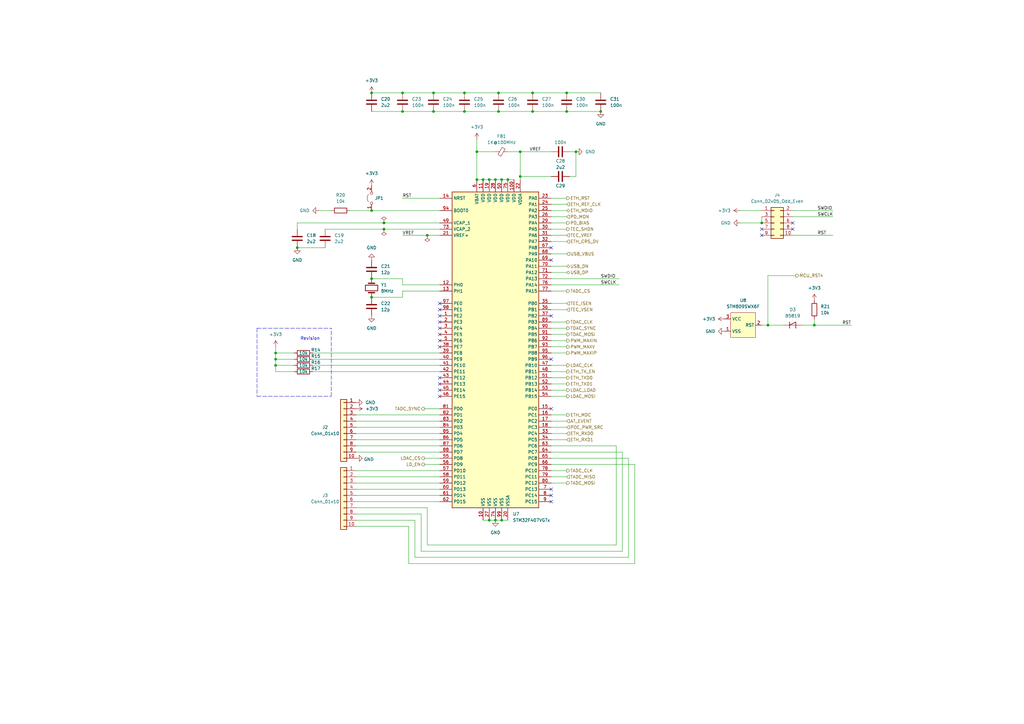
<source format=kicad_sch>
(kicad_sch (version 20211123) (generator eeschema)
  (paper "A3")
  (title_block (title "Kirdy") (date "2022-07-03") (rev "r0.1") (company "M-Labs") (comment 1 "Alex Wong Tat Hang"))
  (lib_symbols
    (symbol "Connector_Generic:Conn_01x10" (pin_names (offset 1.016) hide)
      (property "Reference" "J" (at 0 12.7 0))
      (property "Value" "Conn_01x10" (at 0 -15.24 0))
      (symbol "Conn_01x10_1_1"
        (rectangle (start -1.27 -12.573) (end 0 -12.827) (stroke (width 0.1524)))
        (rectangle (start -1.27 -10.033) (end 0 -10.287) (stroke (width 0.1524)))
        (rectangle (start -1.27 -7.493) (end 0 -7.747) (stroke (width 0.1524)))
        (rectangle (start -1.27 -4.953) (end 0 -5.207) (stroke (width 0.1524)))
        (rectangle (start -1.27 -2.413) (end 0 -2.667) (stroke (width 0.1524)))
        (rectangle (start -1.27 0.127) (end 0 -0.127) (stroke (width 0.1524)))
        (rectangle (start -1.27 2.667) (end 0 2.413) (stroke (width 0.1524)))
        (rectangle (start -1.27 5.207) (end 0 4.953) (stroke (width 0.1524)))
        (rectangle (start -1.27 7.747) (end 0 7.493) (stroke (width 0.1524)))
        (rectangle (start -1.27 10.287) (end 0 10.033) (stroke (width 0.1524)))
        (rectangle (start -1.27 11.43) (end 1.27 -13.97) (stroke (width 0.254)) (fill (type background)))
        (pin passive line (at -5.08 10.16 0) (length 3.81) (name "Pin_1") (number "1"))
        (pin passive line (at -5.08 -12.7 0) (length 3.81) (name "Pin_10") (number "10"))
        (pin passive line (at -5.08 7.62 0) (length 3.81) (name "Pin_2") (number "2"))
        (pin passive line (at -5.08 5.08 0) (length 3.81) (name "Pin_3") (number "3"))
        (pin passive line (at -5.08 2.54 0) (length 3.81) (name "Pin_4") (number "4"))
        (pin passive line (at -5.08 0 0) (length 3.81) (name "Pin_5") (number "5"))
        (pin passive line (at -5.08 -2.54 0) (length 3.81) (name "Pin_6") (number "6"))
        (pin passive line (at -5.08 -5.08 0) (length 3.81) (name "Pin_7") (number "7"))
        (pin passive line (at -5.08 -7.62 0) (length 3.81) (name "Pin_8") (number "8"))
        (pin passive line (at -5.08 -10.16 0) (length 3.81) (name "Pin_9") (number "9"))
      )
    )
    (symbol "Connector_Generic:Conn_02x05_Odd_Even" (pin_names (offset 1.016) hide)
      (property "Reference" "J" (at 1.27 7.62 0))
      (property "Value" "Conn_02x05_Odd_Even" (at 1.27 -7.62 0))
      (symbol "Conn_02x05_Odd_Even_1_1"
        (rectangle (start -1.27 -4.953) (end 0 -5.207) (stroke (width 0.1524)))
        (rectangle (start -1.27 -2.413) (end 0 -2.667) (stroke (width 0.1524)))
        (rectangle (start -1.27 0.127) (end 0 -0.127) (stroke (width 0.1524)))
        (rectangle (start -1.27 2.667) (end 0 2.413) (stroke (width 0.1524)))
        (rectangle (start -1.27 5.207) (end 0 4.953) (stroke (width 0.1524)))
        (rectangle (start -1.27 6.35) (end 3.81 -6.35) (stroke (width 0.254)) (fill (type background)))
        (rectangle (start 3.81 -4.953) (end 2.54 -5.207) (stroke (width 0.1524)))
        (rectangle (start 3.81 -2.413) (end 2.54 -2.667) (stroke (width 0.1524)))
        (rectangle (start 3.81 0.127) (end 2.54 -0.127) (stroke (width 0.1524)))
        (rectangle (start 3.81 2.667) (end 2.54 2.413) (stroke (width 0.1524)))
        (rectangle (start 3.81 5.207) (end 2.54 4.953) (stroke (width 0.1524)))
        (pin passive line (at -5.08 5.08 0) (length 3.81) (name "Pin_1") (number "1"))
        (pin passive line (at 7.62 -5.08 180) (length 3.81) (name "Pin_10") (number "10"))
        (pin passive line (at 7.62 5.08 180) (length 3.81) (name "Pin_2") (number "2"))
        (pin passive line (at -5.08 2.54 0) (length 3.81) (name "Pin_3") (number "3"))
        (pin passive line (at 7.62 2.54 180) (length 3.81) (name "Pin_4") (number "4"))
        (pin passive line (at -5.08 0 0) (length 3.81) (name "Pin_5") (number "5"))
        (pin passive line (at 7.62 0 180) (length 3.81) (name "Pin_6") (number "6"))
        (pin passive line (at -5.08 -2.54 0) (length 3.81) (name "Pin_7") (number "7"))
        (pin passive line (at 7.62 -2.54 180) (length 3.81) (name "Pin_8") (number "8"))
        (pin passive line (at -5.08 -5.08 0) (length 3.81) (name "Pin_9") (number "9"))
      )
    )
    (symbol "Device:C" (pin_numbers hide) (pin_names (offset 0.254))
      (property "Reference" "C" (at 0.635 2.54 0))
      (property "Value" "C" (at 0.635 -2.54 0))
      (symbol "C_0_1"
        (polyline (pts (xy -2.032 -0.762) (xy 2.032 -0.762)) (stroke (width 0.508)))
        (polyline (pts (xy -2.032 0.762) (xy 2.032 0.762)) (stroke (width 0.508)))
      )
      (symbol "C_1_1"
        (pin passive line (at 0 3.81 270) (length 2.794) (name "~") (number "1"))
        (pin passive line (at 0 -3.81 90) (length 2.794) (name "~") (number "2"))
      )
    )
    (symbol "Device:Crystal" (pin_numbers hide) (pin_names (offset 1.016) hide)
      (property "Reference" "Y" (at 0 3.81 0))
      (property "Value" "Crystal" (at 0 -3.81 0))
      (symbol "Crystal_0_1"
        (rectangle (start -1.143 2.54) (end 1.143 -2.54) (stroke (width 0.3048)))
        (polyline (pts (xy -2.54 0) (xy -1.905 0)))
        (polyline (pts (xy -1.905 -1.27) (xy -1.905 1.27)) (stroke (width 0.508)))
        (polyline (pts (xy 1.905 -1.27) (xy 1.905 1.27)) (stroke (width 0.508)))
        (polyline (pts (xy 2.54 0) (xy 1.905 0)))
      )
      (symbol "Crystal_1_1"
        (pin passive line (at -3.81 0 0) (length 1.27) (name "1") (number "1"))
        (pin passive line (at 3.81 0 180) (length 1.27) (name "2") (number "2"))
      )
    )
    (symbol "Device:D_Shockley" (pin_numbers hide) (pin_names (offset 1.016) hide)
      (property "Reference" "D" (at 0 2.54 0))
      (property "Value" "D_Shockley" (at 0 -2.54 0))
      (symbol "D_Shockley_0_1"
        (polyline (pts (xy -1.27 0) (xy 1.27 0)))
        (polyline (pts (xy -1.27 1.27) (xy -1.27 -1.27)) (stroke (width 0.254)))
        (polyline (pts (xy -1.27 0) (xy 1.27 1.27) (xy 1.27 -1.27)) (stroke (width 0.254)))
      )
      (symbol "D_Shockley_1_1"
        (pin passive line (at -3.81 0 0) (length 2.54) (name "K") (number "1"))
        (pin passive line (at 3.81 0 180) (length 2.54) (name "A") (number "2"))
      )
    )
    (symbol "Device:FerriteBead_Small" (pin_numbers hide) (pin_names (offset 0))
      (property "Reference" "FB" (at 1.905 1.27 0))
      (property "Value" "FerriteBead_Small" (at 1.905 -1.27 0))
      (symbol "FerriteBead_Small_0_1"
        (polyline (pts (xy 0 -1.27) (xy 0 -0.7874)))
        (polyline (pts (xy 0 0.889) (xy 0 1.2954)))
        (polyline (pts (xy -1.8288 0.2794) (xy -1.1176 1.4986) (xy 1.8288 -0.2032) (xy 1.1176 -1.4224) (xy -1.8288 0.2794)))
      )
      (symbol "FerriteBead_Small_1_1"
        (pin passive line (at 0 2.54 270) (length 1.27) (name "~") (number "1"))
        (pin passive line (at 0 -2.54 90) (length 1.27) (name "~") (number "2"))
      )
    )
    (symbol "Device:R" (pin_numbers hide) (pin_names (offset 0))
      (property "Reference" "R" (at 2.032 0 90))
      (property "Value" "R" (at 0 0 90))
      (symbol "R_0_1"
        (rectangle (start -1.016 -2.54) (end 1.016 2.54) (stroke (width 0.254)))
      )
      (symbol "R_1_1"
        (pin passive line (at 0 3.81 270) (length 1.27) (name "~") (number "1"))
        (pin passive line (at 0 -3.81 90) (length 1.27) (name "~") (number "2"))
      )
    )
    (symbol "Jumper:Jumper_2_Open" (pin_names (offset 0) hide)
      (property "Reference" "JP" (at 0 2.794 0))
      (property "Value" "Jumper_2_Open" (at 0 -2.286 0))
      (symbol "Jumper_2_Open_0_0"
        (circle (center -2.032 0) (radius 0.508))
        (circle (center 2.032 0) (radius 0.508))
      )
      (symbol "Jumper_2_Open_0_1"
        (arc (start 1.524 1.27) (mid 0 1.778) (end -1.524 1.27))
      )
      (symbol "Jumper_2_Open_1_1"
        (pin passive line (at -5.08 0 0) (length 2.54) (name "A") (number "1"))
        (pin passive line (at 5.08 0 180) (length 2.54) (name "B") (number "2"))
      )
    )
    (symbol "MCU_ST_STM32F4:STM32F407VGTx"
      (property "Reference" "U" (at -17.78 64.77 0))
      (property "Value" "STM32F407VGTx" (at 12.7 64.77 0))
      (symbol "STM32F407VGTx_0_1"
        (rectangle (start -17.78 -66.04) (end 17.78 63.5) (stroke (width 0.254)) (fill (type background)))
      )
      (symbol "STM32F407VGTx_1_1"
        (pin bidirectional line (at -22.86 12.7 0) (length 5.08) (name "PE2") (number "1"))
        (pin power_in line (at -5.08 -71.12 90) (length 5.08) (name "VSS") (number "10"))
        (pin power_in line (at 7.62 68.58 270) (length 5.08) (name "VDD") (number "100"))
        (pin power_in line (at -5.08 68.58 270) (length 5.08) (name "VDD") (number "11"))
        (pin input line (at -22.86 25.4 0) (length 5.08) (name "PH0") (number "12"))
        (pin input line (at -22.86 22.86 0) (length 5.08) (name "PH1") (number "13"))
        (pin input line (at -22.86 60.96 0) (length 5.08) (name "NRST") (number "14"))
        (pin bidirectional line (at 22.86 -25.4 180) (length 5.08) (name "PC0") (number "15"))
        (pin bidirectional line (at 22.86 -27.94 180) (length 5.08) (name "PC1") (number "16"))
        (pin bidirectional line (at 22.86 -30.48 180) (length 5.08) (name "PC2") (number "17"))
        (pin bidirectional line (at 22.86 -33.02 180) (length 5.08) (name "PC3") (number "18"))
        (pin power_in line (at -2.54 68.58 270) (length 5.08) (name "VDD") (number "19"))
        (pin bidirectional line (at -22.86 10.16 0) (length 5.08) (name "PE3") (number "2"))
        (pin power_in line (at 5.08 -71.12 90) (length 5.08) (name "VSSA") (number "20"))
        (pin power_in line (at -22.86 45.72 0) (length 5.08) (name "VREF+") (number "21"))
        (pin power_in line (at 10.16 68.58 270) (length 5.08) (name "VDDA") (number "22"))
        (pin bidirectional line (at 22.86 60.96 180) (length 5.08) (name "PA0") (number "23"))
        (pin bidirectional line (at 22.86 58.42 180) (length 5.08) (name "PA1") (number "24"))
        (pin bidirectional line (at 22.86 55.88 180) (length 5.08) (name "PA2") (number "25"))
        (pin bidirectional line (at 22.86 53.34 180) (length 5.08) (name "PA3") (number "26"))
        (pin power_in line (at -2.54 -71.12 90) (length 5.08) (name "VSS") (number "27"))
        (pin power_in line (at 0 68.58 270) (length 5.08) (name "VDD") (number "28"))
        (pin bidirectional line (at 22.86 50.8 180) (length 5.08) (name "PA4") (number "29"))
        (pin bidirectional line (at -22.86 7.62 0) (length 5.08) (name "PE4") (number "3"))
        (pin bidirectional line (at 22.86 48.26 180) (length 5.08) (name "PA5") (number "30"))
        (pin bidirectional line (at 22.86 45.72 180) (length 5.08) (name "PA6") (number "31"))
        (pin bidirectional line (at 22.86 43.18 180) (length 5.08) (name "PA7") (number "32"))
        (pin bidirectional line (at 22.86 -35.56 180) (length 5.08) (name "PC4") (number "33"))
        (pin bidirectional line (at 22.86 -38.1 180) (length 5.08) (name "PC5") (number "34"))
        (pin bidirectional line (at 22.86 17.78 180) (length 5.08) (name "PB0") (number "35"))
        (pin bidirectional line (at 22.86 15.24 180) (length 5.08) (name "PB1") (number "36"))
        (pin bidirectional line (at 22.86 12.7 180) (length 5.08) (name "PB2") (number "37"))
        (pin bidirectional line (at -22.86 0 0) (length 5.08) (name "PE7") (number "38"))
        (pin bidirectional line (at -22.86 -2.54 0) (length 5.08) (name "PE8") (number "39"))
        (pin bidirectional line (at -22.86 5.08 0) (length 5.08) (name "PE5") (number "4"))
        (pin bidirectional line (at -22.86 -5.08 0) (length 5.08) (name "PE9") (number "40"))
        (pin bidirectional line (at -22.86 -7.62 0) (length 5.08) (name "PE10") (number "41"))
        (pin bidirectional line (at -22.86 -10.16 0) (length 5.08) (name "PE11") (number "42"))
        (pin bidirectional line (at -22.86 -12.7 0) (length 5.08) (name "PE12") (number "43"))
        (pin bidirectional line (at -22.86 -15.24 0) (length 5.08) (name "PE13") (number "44"))
        (pin bidirectional line (at -22.86 -17.78 0) (length 5.08) (name "PE14") (number "45"))
        (pin bidirectional line (at -22.86 -20.32 0) (length 5.08) (name "PE15") (number "46"))
        (pin bidirectional line (at 22.86 -7.62 180) (length 5.08) (name "PB10") (number "47"))
        (pin bidirectional line (at 22.86 -10.16 180) (length 5.08) (name "PB11") (number "48"))
        (pin power_in line (at -22.86 50.8 0) (length 5.08) (name "VCAP_1") (number "49"))
        (pin bidirectional line (at -22.86 2.54 0) (length 5.08) (name "PE6") (number "5"))
        (pin power_in line (at 2.54 68.58 270) (length 5.08) (name "VDD") (number "50"))
        (pin bidirectional line (at 22.86 -12.7 180) (length 5.08) (name "PB12") (number "51"))
        (pin bidirectional line (at 22.86 -15.24 180) (length 5.08) (name "PB13") (number "52"))
        (pin bidirectional line (at 22.86 -17.78 180) (length 5.08) (name "PB14") (number "53"))
        (pin bidirectional line (at 22.86 -20.32 180) (length 5.08) (name "PB15") (number "54"))
        (pin bidirectional line (at -22.86 -45.72 0) (length 5.08) (name "PD8") (number "55"))
        (pin bidirectional line (at -22.86 -48.26 0) (length 5.08) (name "PD9") (number "56"))
        (pin bidirectional line (at -22.86 -50.8 0) (length 5.08) (name "PD10") (number "57"))
        (pin bidirectional line (at -22.86 -53.34 0) (length 5.08) (name "PD11") (number "58"))
        (pin bidirectional line (at -22.86 -55.88 0) (length 5.08) (name "PD12") (number "59"))
        (pin power_in line (at -7.62 68.58 270) (length 5.08) (name "VBAT") (number "6"))
        (pin bidirectional line (at -22.86 -58.42 0) (length 5.08) (name "PD13") (number "60"))
        (pin bidirectional line (at -22.86 -60.96 0) (length 5.08) (name "PD14") (number "61"))
        (pin bidirectional line (at -22.86 -63.5 0) (length 5.08) (name "PD15") (number "62"))
        (pin bidirectional line (at 22.86 -40.64 180) (length 5.08) (name "PC6") (number "63"))
        (pin bidirectional line (at 22.86 -43.18 180) (length 5.08) (name "PC7") (number "64"))
        (pin bidirectional line (at 22.86 -45.72 180) (length 5.08) (name "PC8") (number "65"))
        (pin bidirectional line (at 22.86 -48.26 180) (length 5.08) (name "PC9") (number "66"))
        (pin bidirectional line (at 22.86 40.64 180) (length 5.08) (name "PA8") (number "67"))
        (pin bidirectional line (at 22.86 38.1 180) (length 5.08) (name "PA9") (number "68"))
        (pin bidirectional line (at 22.86 35.56 180) (length 5.08) (name "PA10") (number "69"))
        (pin bidirectional line (at 22.86 -58.42 180) (length 5.08) (name "PC13") (number "7"))
        (pin bidirectional line (at 22.86 33.02 180) (length 5.08) (name "PA11") (number "70"))
        (pin bidirectional line (at 22.86 30.48 180) (length 5.08) (name "PA12") (number "71"))
        (pin bidirectional line (at 22.86 27.94 180) (length 5.08) (name "PA13") (number "72"))
        (pin power_in line (at -22.86 48.26 0) (length 5.08) (name "VCAP_2") (number "73"))
        (pin power_in line (at 0 -71.12 90) (length 5.08) (name "VSS") (number "74"))
        (pin power_in line (at 5.08 68.58 270) (length 5.08) (name "VDD") (number "75"))
        (pin bidirectional line (at 22.86 25.4 180) (length 5.08) (name "PA14") (number "76"))
        (pin bidirectional line (at 22.86 22.86 180) (length 5.08) (name "PA15") (number "77"))
        (pin bidirectional line (at 22.86 -50.8 180) (length 5.08) (name "PC10") (number "78"))
        (pin bidirectional line (at 22.86 -53.34 180) (length 5.08) (name "PC11") (number "79"))
        (pin bidirectional line (at 22.86 -60.96 180) (length 5.08) (name "PC14") (number "8"))
        (pin bidirectional line (at 22.86 -55.88 180) (length 5.08) (name "PC12") (number "80"))
        (pin bidirectional line (at -22.86 -25.4 0) (length 5.08) (name "PD0") (number "81"))
        (pin bidirectional line (at -22.86 -27.94 0) (length 5.08) (name "PD1") (number "82"))
        (pin bidirectional line (at -22.86 -30.48 0) (length 5.08) (name "PD2") (number "83"))
        (pin bidirectional line (at -22.86 -33.02 0) (length 5.08) (name "PD3") (number "84"))
        (pin bidirectional line (at -22.86 -35.56 0) (length 5.08) (name "PD4") (number "85"))
        (pin bidirectional line (at -22.86 -38.1 0) (length 5.08) (name "PD5") (number "86"))
        (pin bidirectional line (at -22.86 -40.64 0) (length 5.08) (name "PD6") (number "87"))
        (pin bidirectional line (at -22.86 -43.18 0) (length 5.08) (name "PD7") (number "88"))
        (pin bidirectional line (at 22.86 10.16 180) (length 5.08) (name "PB3") (number "89"))
        (pin bidirectional line (at 22.86 -63.5 180) (length 5.08) (name "PC15") (number "9"))
        (pin bidirectional line (at 22.86 7.62 180) (length 5.08) (name "PB4") (number "90"))
        (pin bidirectional line (at 22.86 5.08 180) (length 5.08) (name "PB5") (number "91"))
        (pin bidirectional line (at 22.86 2.54 180) (length 5.08) (name "PB6") (number "92"))
        (pin bidirectional line (at 22.86 0 180) (length 5.08) (name "PB7") (number "93"))
        (pin input line (at -22.86 55.88 0) (length 5.08) (name "BOOT0") (number "94"))
        (pin bidirectional line (at 22.86 -2.54 180) (length 5.08) (name "PB8") (number "95"))
        (pin bidirectional line (at 22.86 -5.08 180) (length 5.08) (name "PB9") (number "96"))
        (pin bidirectional line (at -22.86 17.78 0) (length 5.08) (name "PE0") (number "97"))
        (pin bidirectional line (at -22.86 15.24 0) (length 5.08) (name "PE1") (number "98"))
        (pin power_in line (at 2.54 -71.12 90) (length 5.08) (name "VSS") (number "99"))
      )
    )
    (symbol "kirdy:STM809SWX6F"
      (property "Reference" "U" (at 0 -10.16 0))
      (property "Value" "STM809SWX6F" (at 0 -7.62 0))
      (symbol "STM809SWX6F_0_0"
        (pin power_in line (at -7.62 -2.54 0) (length 2.54) (name "VSS") (number "1"))
        (pin output line (at 7.62 0 180) (length 2.54) (name "RST") (number "2"))
        (pin power_in line (at -7.62 2.54 0) (length 2.54) (name "VCC") (number "3"))
      )
      (symbol "STM809SWX6F_0_1"
        (rectangle (start -5.08 5.08) (end 5.08 -5.08) (fill (type background)))
      )
    )
    (symbol "power:+3V3" (power) (pin_names (offset 0))
      (property "Value" "+3V3" (at 0 3.556 0))
      (symbol "+3V3_0_1"
        (polyline (pts (xy -0.762 1.27) (xy 0 2.54)))
        (polyline (pts (xy 0 0) (xy 0 2.54)))
        (polyline (pts (xy 0 2.54) (xy 0.762 1.27)))
      )
      (symbol "+3V3_1_1"
        (pin power_in line (at 0 0 90) (length 0) hide (name "+3V3") (number "1"))
      )
    )
    (symbol "power:GND" (power) (pin_names (offset 0))
      (property "Value" "GND" (at 0 -3.81 0))
      (symbol "GND_0_1"
        (polyline (pts (xy 0 0) (xy 0 -1.27) (xy 1.27 -1.27) (xy 0 -2.54) (xy -1.27 -1.27) (xy 0 -1.27)))
      )
      (symbol "GND_1_1"
        (pin power_in line (at 0 0 270) (length 0) hide (name "GND") (number "1"))
      )
    )
    (symbol "power:PWR_FLAG" (power) (pin_numbers hide) (pin_names (offset 0) hide)
      (property "Value" "PWR_FLAG" (at 0 3.81 0))
      (symbol "PWR_FLAG_0_0"
        (pin power_out line (at 0 0 90) (length 0) (name "pwr") (number "1"))
      )
      (symbol "PWR_FLAG_0_1"
        (polyline (pts (xy 0 0) (xy 0 1.27) (xy -1.016 1.905) (xy 0 2.54) (xy 1.016 1.905) (xy 0 1.27)))
      )
    )
  )
  (junction (at 165.1 38.1))
  (junction (at 152.4 114.3))
  (junction (at 198.12 73.66))
  (junction (at 157.48 93.98))
  (junction (at 205.74 213.36))
  (junction (at 177.8 38.1))
  (junction (at 213.36 72.39))
  (junction (at 236.22 62.23))
  (junction (at 152.4 38.1))
  (junction (at 195.58 73.66))
  (junction (at 121.92 101.6))
  (junction (at 200.66 73.66))
  (junction (at 203.2 213.36))
  (junction (at 175.26 96.52))
  (junction (at 204.47 38.1))
  (junction (at 152.4 86.36))
  (junction (at 177.8 45.72))
  (junction (at 232.41 45.72))
  (junction (at 314.96 133.35))
  (junction (at 200.66 213.36))
  (junction (at 157.48 91.44))
  (junction (at 208.28 73.66))
  (junction (at 113.03 144.78))
  (junction (at 190.5 45.72))
  (junction (at 165.1 45.72))
  (junction (at 203.2 73.66))
  (junction (at 232.41 38.1))
  (junction (at 334.01 133.35))
  (junction (at 213.36 62.23))
  (junction (at 190.5 38.1))
  (junction (at 204.47 45.72))
  (junction (at 113.03 147.32))
  (junction (at 218.44 38.1))
  (junction (at 246.38 45.72))
  (junction (at 205.74 73.66))
  (junction (at 152.4 121.92))
  (junction (at 195.58 62.23))
  (junction (at 312.42 91.44))
  (junction (at 218.44 45.72))
  (junction (at 113.03 149.86))
  (no_connect (at 312.42 96.52))
  (no_connect (at 325.12 93.98))
  (no_connect (at 325.12 91.44))
  (no_connect (at 180.34 157.48))
  (no_connect (at 180.34 154.94))
  (no_connect (at 312.42 93.98))
  (no_connect (at 226.06 200.66))
  (no_connect (at 226.06 203.2))
  (no_connect (at 226.06 205.74))
  (no_connect (at 226.06 101.6))
  (no_connect (at 226.06 106.68))
  (no_connect (at 226.06 129.54))
  (no_connect (at 180.34 129.54))
  (no_connect (at 180.34 124.46))
  (no_connect (at 180.34 127))
  (no_connect (at 226.06 147.32))
  (no_connect (at 226.06 167.64))
  (no_connect (at 180.34 162.56))
  (no_connect (at 180.34 160.02))
  (no_connect (at 180.34 132.08))
  (no_connect (at 180.34 134.62))
  (no_connect (at 180.34 137.16))
  (no_connect (at 180.34 139.7))
  (no_connect (at 180.34 142.24))
  (wire (pts (xy 226.06 180.34) (xy 232.41 180.34)))
  (wire (pts (xy 146.05 205.74) (xy 180.34 205.74)))
  (wire (pts (xy 226.06 170.18) (xy 232.41 170.18)))
  (wire (pts (xy 226.06 160.02) (xy 232.41 160.02)))
  (wire (pts (xy 226.06 99.06) (xy 232.41 99.06)))
  (wire (pts (xy 165.1 116.84) (xy 180.34 116.84)))
  (wire (pts (xy 226.06 104.14) (xy 232.41 104.14)))
  (wire (pts (xy 146.05 203.2) (xy 180.34 203.2)))
  (wire (pts (xy 226.06 86.36) (xy 232.41 86.36)))
  (polyline (pts (xy 105.41 162.56) (xy 135.89 162.56)))
  (wire (pts (xy 175.26 96.52) (xy 180.34 96.52)))
  (wire (pts (xy 257.81 187.96) (xy 257.81 228.6)))
  (wire (pts (xy 198.12 213.36) (xy 200.66 213.36)))
  (wire (pts (xy 218.44 45.72) (xy 232.41 45.72)))
  (wire (pts (xy 312.42 88.9) (xy 312.42 91.44)))
  (wire (pts (xy 165.1 81.28) (xy 180.34 81.28)))
  (wire (pts (xy 233.68 72.39) (xy 236.22 72.39)))
  (wire (pts (xy 172.72 226.06) (xy 172.72 210.82)))
  (wire (pts (xy 146.05 172.72) (xy 180.34 172.72)))
  (wire (pts (xy 195.58 62.23) (xy 203.2 62.23)))
  (wire (pts (xy 175.26 223.52) (xy 175.26 208.28)))
  (wire (pts (xy 121.92 101.6) (xy 133.35 101.6)))
  (wire (pts (xy 175.26 208.28) (xy 146.05 208.28)))
  (wire (pts (xy 173.99 187.96) (xy 180.34 187.96)))
  (wire (pts (xy 325.12 96.52) (xy 341.63 96.52)))
  (wire (pts (xy 203.2 213.36) (xy 205.74 213.36)))
  (wire (pts (xy 328.93 133.35) (xy 334.01 133.35)))
  (wire (pts (xy 312.42 133.35) (xy 314.96 133.35)))
  (wire (pts (xy 226.06 139.7) (xy 232.41 139.7)))
  (polyline (pts (xy 135.89 162.56) (xy 135.89 134.62)))
  (wire (pts (xy 226.06 116.84) (xy 254 116.84)))
  (wire (pts (xy 170.18 228.6) (xy 170.18 213.36)))
  (wire (pts (xy 204.47 38.1) (xy 218.44 38.1)))
  (wire (pts (xy 113.03 152.4) (xy 120.65 152.4)))
  (wire (pts (xy 128.27 149.86) (xy 180.34 149.86)))
  (wire (pts (xy 260.35 231.14) (xy 167.64 231.14)))
  (wire (pts (xy 113.03 149.86) (xy 120.65 149.86)))
  (wire (pts (xy 152.4 45.72) (xy 165.1 45.72)))
  (wire (pts (xy 157.48 93.98) (xy 180.34 93.98)))
  (wire (pts (xy 314.96 113.03) (xy 326.39 113.03)))
  (wire (pts (xy 128.27 147.32) (xy 180.34 147.32)))
  (wire (pts (xy 165.1 119.38) (xy 165.1 121.92)))
  (wire (pts (xy 208.28 62.23) (xy 213.36 62.23)))
  (wire (pts (xy 146.05 170.18) (xy 180.34 170.18)))
  (wire (pts (xy 146.05 193.04) (xy 180.34 193.04)))
  (wire (pts (xy 167.64 215.9) (xy 146.05 215.9)))
  (wire (pts (xy 133.35 93.98) (xy 157.48 93.98)))
  (wire (pts (xy 226.06 177.8) (xy 232.41 177.8)))
  (wire (pts (xy 226.06 193.04) (xy 232.41 193.04)))
  (wire (pts (xy 334.01 133.35) (xy 334.01 130.81)))
  (wire (pts (xy 170.18 213.36) (xy 146.05 213.36)))
  (wire (pts (xy 113.03 147.32) (xy 113.03 149.86)))
  (wire (pts (xy 334.01 133.35) (xy 349.25 133.35)))
  (wire (pts (xy 255.27 226.06) (xy 172.72 226.06)))
  (wire (pts (xy 226.06 154.94) (xy 232.41 154.94)))
  (wire (pts (xy 146.05 195.58) (xy 180.34 195.58)))
  (wire (pts (xy 213.36 62.23) (xy 213.36 72.39)))
  (wire (pts (xy 226.06 111.76) (xy 232.41 111.76)))
  (wire (pts (xy 226.06 134.62) (xy 232.41 134.62)))
  (wire (pts (xy 226.06 182.88) (xy 252.73 182.88)))
  (wire (pts (xy 226.06 187.96) (xy 257.81 187.96)))
  (wire (pts (xy 226.06 149.86) (xy 232.41 149.86)))
  (wire (pts (xy 252.73 223.52) (xy 175.26 223.52)))
  (wire (pts (xy 314.96 133.35) (xy 321.31 133.35)))
  (wire (pts (xy 226.06 137.16) (xy 232.41 137.16)))
  (wire (pts (xy 226.06 185.42) (xy 255.27 185.42)))
  (wire (pts (xy 226.06 93.98) (xy 232.41 93.98)))
  (wire (pts (xy 177.8 38.1) (xy 190.5 38.1)))
  (wire (pts (xy 200.66 213.36) (xy 203.2 213.36)))
  (wire (pts (xy 252.73 182.88) (xy 252.73 223.52)))
  (wire (pts (xy 203.2 73.66) (xy 205.74 73.66)))
  (wire (pts (xy 195.58 62.23) (xy 195.58 73.66)))
  (wire (pts (xy 233.68 62.23) (xy 236.22 62.23)))
  (wire (pts (xy 146.05 182.88) (xy 180.34 182.88)))
  (wire (pts (xy 177.8 45.72) (xy 190.5 45.72)))
  (wire (pts (xy 226.06 190.5) (xy 260.35 190.5)))
  (wire (pts (xy 146.05 175.26) (xy 180.34 175.26)))
  (wire (pts (xy 226.06 198.12) (xy 232.41 198.12)))
  (wire (pts (xy 232.41 38.1) (xy 246.38 38.1)))
  (wire (pts (xy 195.58 73.66) (xy 198.12 73.66)))
  (wire (pts (xy 213.36 62.23) (xy 226.06 62.23)))
  (wire (pts (xy 165.1 121.92) (xy 152.4 121.92)))
  (wire (pts (xy 113.03 144.78) (xy 113.03 147.32)))
  (wire (pts (xy 226.06 172.72) (xy 232.41 172.72)))
  (wire (pts (xy 152.4 86.36) (xy 180.34 86.36)))
  (wire (pts (xy 198.12 73.66) (xy 200.66 73.66)))
  (wire (pts (xy 113.03 144.78) (xy 120.65 144.78)))
  (wire (pts (xy 113.03 149.86) (xy 113.03 152.4)))
  (wire (pts (xy 213.36 72.39) (xy 213.36 73.66)))
  (wire (pts (xy 226.06 124.46) (xy 232.41 124.46)))
  (wire (pts (xy 226.06 152.4) (xy 232.41 152.4)))
  (wire (pts (xy 325.12 86.36) (xy 341.63 86.36)))
  (polyline (pts (xy 105.41 134.62) (xy 105.41 162.56)))
  (wire (pts (xy 226.06 195.58) (xy 232.41 195.58)))
  (wire (pts (xy 146.05 198.12) (xy 180.34 198.12)))
  (wire (pts (xy 165.1 96.52) (xy 175.26 96.52)))
  (wire (pts (xy 113.03 147.32) (xy 120.65 147.32)))
  (wire (pts (xy 208.28 73.66) (xy 210.82 73.66)))
  (wire (pts (xy 165.1 45.72) (xy 177.8 45.72)))
  (wire (pts (xy 165.1 119.38) (xy 180.34 119.38)))
  (wire (pts (xy 226.06 142.24) (xy 232.41 142.24)))
  (wire (pts (xy 165.1 116.84) (xy 165.1 114.3)))
  (wire (pts (xy 226.06 132.08) (xy 232.41 132.08)))
  (wire (pts (xy 121.92 93.98) (xy 121.92 91.44)))
  (wire (pts (xy 146.05 185.42) (xy 180.34 185.42)))
  (wire (pts (xy 213.36 72.39) (xy 226.06 72.39)))
  (wire (pts (xy 236.22 72.39) (xy 236.22 62.23)))
  (wire (pts (xy 205.74 73.66) (xy 208.28 73.66)))
  (wire (pts (xy 157.48 91.44) (xy 180.34 91.44)))
  (wire (pts (xy 226.06 109.22) (xy 232.41 109.22)))
  (wire (pts (xy 113.03 142.24) (xy 113.03 144.78)))
  (wire (pts (xy 146.05 200.66) (xy 180.34 200.66)))
  (wire (pts (xy 303.53 91.44) (xy 312.42 91.44)))
  (wire (pts (xy 218.44 38.1) (xy 232.41 38.1)))
  (wire (pts (xy 226.06 175.26) (xy 232.41 175.26)))
  (wire (pts (xy 226.06 88.9) (xy 232.41 88.9)))
  (wire (pts (xy 232.41 45.72) (xy 246.38 45.72)))
  (wire (pts (xy 314.96 133.35) (xy 314.96 113.03)))
  (wire (pts (xy 226.06 96.52) (xy 232.41 96.52)))
  (wire (pts (xy 195.58 57.15) (xy 195.58 62.23)))
  (wire (pts (xy 226.06 119.38) (xy 232.41 119.38)))
  (wire (pts (xy 173.99 190.5) (xy 180.34 190.5)))
  (wire (pts (xy 190.5 38.1) (xy 204.47 38.1)))
  (wire (pts (xy 165.1 38.1) (xy 177.8 38.1)))
  (wire (pts (xy 260.35 190.5) (xy 260.35 231.14)))
  (wire (pts (xy 152.4 38.1) (xy 165.1 38.1)))
  (wire (pts (xy 204.47 45.72) (xy 218.44 45.72)))
  (wire (pts (xy 257.81 228.6) (xy 170.18 228.6)))
  (wire (pts (xy 226.06 127) (xy 232.41 127)))
  (wire (pts (xy 146.05 180.34) (xy 180.34 180.34)))
  (wire (pts (xy 226.06 81.28) (xy 232.41 81.28)))
  (wire (pts (xy 226.06 83.82) (xy 232.41 83.82)))
  (wire (pts (xy 205.74 213.36) (xy 208.28 213.36)))
  (wire (pts (xy 303.53 86.36) (xy 312.42 86.36)))
  (wire (pts (xy 226.06 144.78) (xy 232.41 144.78)))
  (wire (pts (xy 172.72 210.82) (xy 146.05 210.82)))
  (wire (pts (xy 165.1 114.3) (xy 152.4 114.3)))
  (polyline (pts (xy 105.41 134.62) (xy 135.89 134.62)))
  (wire (pts (xy 143.51 86.36) (xy 152.4 86.36)))
  (wire (pts (xy 226.06 91.44) (xy 232.41 91.44)))
  (wire (pts (xy 130.81 86.36) (xy 135.89 86.36)))
  (wire (pts (xy 121.92 91.44) (xy 157.48 91.44)))
  (wire (pts (xy 226.06 162.56) (xy 232.41 162.56)))
  (wire (pts (xy 190.5 45.72) (xy 204.47 45.72)))
  (wire (pts (xy 128.27 144.78) (xy 180.34 144.78)))
  (wire (pts (xy 226.06 114.3) (xy 254 114.3)))
  (wire (pts (xy 226.06 157.48) (xy 232.41 157.48)))
  (wire (pts (xy 167.64 231.14) (xy 167.64 215.9)))
  (wire (pts (xy 255.27 185.42) (xy 255.27 226.06)))
  (wire (pts (xy 146.05 177.8) (xy 180.34 177.8)))
  (wire (pts (xy 325.12 88.9) (xy 341.63 88.9)))
  (wire (pts (xy 173.99 167.64) (xy 180.34 167.64)))
  (wire (pts (xy 128.27 152.4) (xy 180.34 152.4)))
  (wire (pts (xy 200.66 73.66) (xy 203.2 73.66)))
  (text "Revision\n" (at 123.19 139.7 0) (effects (font (size 1.27 1.27)) (justify left bottom)))
  (label "VREF" (at 217.17 62.23 0))
  (label "SWDIO" (at 246.38 114.3 0))
  (label "SWCLK" (at 335.28 88.9 0))
  (label "RST" (at 165.1 81.28 0))
  (label "SWDIO" (at 335.28 86.36 0))
  (label "VREF" (at 165.1 96.52 0))
  (label "RST" (at 345.44 133.35 0))
  (label "RST" (at 335.28 96.52 0))
  (label "SWCLK" (at 246.38 116.84 0))
  (hierarchical_label "USB_DP" (shape bidirectional) (at 232.41 111.76 0))
  (hierarchical_label "TEC_VREF" (shape input) (at 232.41 96.52 0))
  (hierarchical_label "ETH_REF_CLK" (shape input) (at 232.41 83.82 0))
  (hierarchical_label "USB_VBUS" (shape input) (at 232.41 104.14 0))
  (hierarchical_label "TADC_CLK" (shape output) (at 232.41 193.04 0))
  (hierarchical_label "TDAC_MOSI" (shape output) (at 232.41 137.16 0))
  (hierarchical_label "PWM_MAXIP" (shape output) (at 232.41 144.78 0))
  (hierarchical_label "USB_DN" (shape bidirectional) (at 232.41 109.22 0))
  (hierarchical_label "ETH_RST" (shape output) (at 232.41 81.28 0))
  (hierarchical_label "TEC_SHDN" (shape output) (at 232.41 93.98 0))
  (hierarchical_label "ETH_TXD1" (shape output) (at 232.41 157.48 0))
  (hierarchical_label "ETH_MDIO" (shape bidirectional) (at 232.41 86.36 0))
  (hierarchical_label "LDAC_MOSI" (shape output) (at 232.41 162.56 0))
  (hierarchical_label "AT_EVENT" (shape input) (at 232.41 172.72 0))
  (hierarchical_label "PWM_MAXV" (shape output) (at 232.41 142.24 0))
  (hierarchical_label "POE_PWR_SRC" (shape input) (at 232.41 175.26 0))
  (hierarchical_label "MCU_RSTn" (shape output) (at 326.39 113.03 0))
  (hierarchical_label "TADC_CS" (shape output) (at 232.41 119.38 0))
  (hierarchical_label "ETH_RXD0" (shape input) (at 232.41 177.8 0))
  (hierarchical_label "PD_BIAS" (shape output) (at 232.41 91.44 0))
  (hierarchical_label "TADC_MISO" (shape input) (at 232.41 195.58 0))
  (hierarchical_label "LDAC_CS" (shape output) (at 173.99 187.96 180))
  (hierarchical_label "TADC_MOSI" (shape output) (at 232.41 198.12 0))
  (hierarchical_label "ETH_CRS_DV" (shape input) (at 232.41 99.06 0))
  (hierarchical_label "LD_EN" (shape output) (at 173.99 190.5 180))
  (hierarchical_label "TADC_SYNC" (shape output) (at 173.99 167.64 180))
  (hierarchical_label "PWM_MAXIN" (shape output) (at 232.41 139.7 0))
  (hierarchical_label "TEC_ISEN" (shape input) (at 232.41 124.46 0))
  (hierarchical_label "TEC_VSEN" (shape input) (at 232.41 127 0))
  (hierarchical_label "ETH_TX_EN" (shape output) (at 232.41 152.4 0))
  (hierarchical_label "TDAC_SYNC" (shape output) (at 232.41 134.62 0))
  (hierarchical_label "ETH_TXD0" (shape output) (at 232.41 154.94 0))
  (hierarchical_label "PD_MON" (shape input) (at 232.41 88.9 0))
  (hierarchical_label "ETH_RXD1" (shape input) (at 232.41 180.34 0))
  (hierarchical_label "LDAC_LOAD" (shape output) (at 232.41 160.02 0))
  (hierarchical_label "ETH_MDC" (shape output) (at 232.41 170.18 0))
  (hierarchical_label "LDAC_CLK" (shape output) (at 232.41 149.86 0))
  (hierarchical_label "TDAC_CLK" (shape output) (at 232.41 132.08 0))
  (symbol (lib_id "Connector_Generic:Conn_02x05_Odd_Even") (at 317.5 91.44 0) (unit 1)
    (property "Reference" "J4" (at 318.77 80.01 0))
    (property "Value" "Conn_02x05_Odd_Even" (at 318.77 82.55 0))
    (property "Footprint" "Connector_PinHeader_1.27mm:PinHeader_2x05_P1.27mm_Vertical_SMD" (effects hide))
    (property "MFR_PN" "M50-3600542" (effects hide))
  )
  (symbol (lib_id "Device:FerriteBead_Small") (at 205.74 62.23 90) (unit 1)
    (property "Reference" "FB1" (at 205.7019 55.88 90))
    (property "Value" "1K@100MHz" (at 205.7019 58.42 90))
    (property "Footprint" "Inductor_SMD:L_1210_3225Metric" (effects hide))
    (property "MFR_PN" "FBMH3225HM102NT" (effects hide))
    (property "MFR_PN_ALT" "FBMH3225HM102NTV" (effects hide))
  )
  (symbol (lib_id "power:+3V3") (at 152.4 76.2 0) (unit 1)
    (property "Reference" "#PWR045" (effects hide))
    (property "Value" "+3V3" (at 152.4 71.12 0))
  )
  (symbol (lib_id "Device:C") (at 133.35 97.79 0) (unit 1)
    (property "Reference" "C19" (at 137.16 96.5199 0) (effects (justify left)))
    (property "Value" "2u2" (at 137.16 99.0599 0) (effects (justify left)))
    (property "Footprint" "Capacitor_SMD:C_0603_1608Metric" (effects hide))
    (property "MFR_PN" "CL10B225KP8NNNC" (effects hide))
    (property "MFR_PN_ALT" "CGA3E1X7R0J225K080AC" (effects hide))
  )
  (symbol (lib_id "Connector_Generic:Conn_01x10") (at 140.97 175.26 0) (mirror y) (unit 1)
    (property "Reference" "J2" (at 133.35 175.26 0))
    (property "Value" "Conn_01x10" (at 133.35 177.8 0))
  )
  (symbol (lib_id "Device:R") (at 334.01 127 0) (unit 1)
    (property "Reference" "R21" (at 336.55 125.7299 0) (effects (justify left)))
    (property "Value" "10k" (at 336.55 128.2699 0) (effects (justify left)))
    (property "Footprint" "Resistor_SMD:R_0603_1608Metric" (effects hide))
    (property "MFR_PN" "RNCP0603FTD10K0" (effects hide))
    (property "MFR_PN_ALT" "RMCF0603FT10K0" (effects hide))
  )
  (symbol (lib_id "kirdy:STM809SWX6F") (at 304.8 133.35 0) (unit 1)
    (property "Reference" "U8" (at 304.8 123.19 0))
    (property "Value" "STM809SWX6F" (at 304.8 125.73 0))
    (property "Footprint" "Package_TO_SOT_SMD:SOT-23" (effects hide))
    (property "MFR_PN" "STM809SWX6F" (effects hide))
  )
  (symbol (lib_id "Device:C") (at 177.8 41.91 0) (unit 1)
    (property "Reference" "C24" (at 181.61 40.6399 0) (effects (justify left)))
    (property "Value" "100n" (at 181.61 43.1799 0) (effects (justify left)))
    (property "Footprint" "Capacitor_SMD:C_0603_1608Metric" (effects hide))
    (property "MFR_PN" "CL10B104KB8NNWC" (effects hide))
    (property "MFR_PN_ALT" "CL10B104KB8NNNL" (effects hide))
  )
  (symbol (lib_id "Device:C") (at 232.41 41.91 0) (unit 1)
    (property "Reference" "C30" (at 236.22 40.6399 0) (effects (justify left)))
    (property "Value" "100n" (at 236.22 43.1799 0) (effects (justify left)))
    (property "Footprint" "Capacitor_SMD:C_0603_1608Metric" (effects hide))
    (property "MFR_PN" "CL10B104KB8NNWC" (effects hide))
    (property "MFR_PN_ALT" "CL10B104KB8NNNL" (effects hide))
  )
  (symbol (lib_id "Device:R") (at 124.46 149.86 90) (unit 1)
    (property "Reference" "R16" (at 129.54 148.59 90))
    (property "Value" "10k" (at 124.46 149.86 90))
    (property "Footprint" "Resistor_SMD:R_0603_1608Metric" (effects hide))
    (property "MFR_PN" "RNCP0603FTD10K0" (effects hide))
    (property "MFR_PN_ALT" "RMCF0603FT10K0" (effects hide))
  )
  (symbol (lib_id "Device:C") (at 190.5 41.91 0) (unit 1)
    (property "Reference" "C25" (at 194.31 40.6399 0) (effects (justify left)))
    (property "Value" "100n" (at 194.31 43.1799 0) (effects (justify left)))
    (property "Footprint" "Capacitor_SMD:C_0603_1608Metric" (effects hide))
    (property "MFR_PN" "CL10B104KB8NNWC" (effects hide))
    (property "MFR_PN_ALT" "CL10B104KB8NNNL" (effects hide))
  )
  (symbol (lib_id "power:+3V3") (at 334.01 123.19 0) (unit 1)
    (property "Reference" "#PWR056" (effects hide))
    (property "Value" "+3V3" (at 334.01 118.11 0))
  )
  (symbol (lib_id "power:GND") (at 236.22 62.23 90) (unit 1)
    (property "Reference" "#PWR050" (effects hide))
    (property "Value" "GND" (at 240.03 62.2299 90) (effects (justify right)))
  )
  (symbol (lib_id "power:GND") (at 203.2 213.36 0) (unit 1)
    (property "Reference" "#PWR049" (effects hide))
    (property "Value" "GND" (at 203.2 218.44 0))
  )
  (symbol (lib_id "Device:C") (at 246.38 41.91 0) (unit 1)
    (property "Reference" "C31" (at 250.19 40.6399 0) (effects (justify left)))
    (property "Value" "100n" (at 250.19 43.1799 0) (effects (justify left)))
    (property "Footprint" "Capacitor_SMD:C_0603_1608Metric" (effects hide))
    (property "MFR_PN" "CL10B104KB8NNWC" (effects hide))
    (property "MFR_PN_ALT" "CL10B104KB8NNNL" (effects hide))
  )
  (symbol (lib_id "Jumper:Jumper_2_Open") (at 152.4 81.28 90) (unit 1)
    (property "Reference" "JP1" (at 153.67 81.28 90) (effects (justify right)))
    (property "Value" "DNP" (effects hide))
    (property "Footprint" "Connector_PinHeader_2.54mm:PinHeader_1x02_P2.54mm_Vertical" (effects hide))
  )
  (symbol (lib_id "power:+3V3") (at 303.53 86.36 90) (unit 1)
    (property "Reference" "#PWR054" (effects hide))
    (property "Value" "+3V3" (at 299.72 86.3599 90) (effects (justify left)))
  )
  (symbol (lib_id "Device:C") (at 218.44 41.91 0) (unit 1)
    (property "Reference" "C27" (at 222.25 40.6399 0) (effects (justify left)))
    (property "Value" "100n" (at 222.25 43.1799 0) (effects (justify left)))
    (property "Footprint" "Capacitor_SMD:C_0603_1608Metric" (effects hide))
    (property "MFR_PN" "CL10B104KB8NNWC" (effects hide))
    (property "MFR_PN_ALT" "CL10B104KB8NNNL" (effects hide))
  )
  (symbol (lib_id "Device:Crystal") (at 152.4 118.11 90) (unit 1)
    (property "Reference" "Y1" (at 156.21 116.8399 90) (effects (justify right)))
    (property "Value" "8MHz" (at 156.21 119.3799 90) (effects (justify right)))
    (property "Footprint" "Crystal:Crystal_SMD_5032-2Pin_5.0x3.2mm" (effects hide))
    (property "MFR_PN" "ECS-80-12-30Q-DS-TR" (effects hide))
    (property "MFR_PN_ALT" "ECS-80-12-30-JGN-TR" (effects hide))
  )
  (symbol (lib_id "power:PWR_FLAG") (at 157.48 93.98 180) (unit 1)
    (property "Reference" "#FLG04" (effects hide))
    (property "Value" "PWR_FLAG" (effects hide))
  )
  (symbol (lib_id "MCU_ST_STM32F4:STM32F407VGTx") (at 203.2 142.24 0) (unit 1)
    (property "Reference" "U7" (at 210.2994 210.82 0) (effects (justify left)))
    (property "Value" "STM32F407VGTx" (at 210.2994 213.36 0) (effects (justify left)))
    (property "Footprint" "Package_QFP:LQFP-100_14x14mm_P0.5mm" (effects hide))
    (property "Datasheet" "http://www.st.com/st-web-ui/static/active/en/resource/technical/document/datasheet/DM00037051.pdf" (effects hide))
    (property "MFR_PN" "STM32F407VGT6" (effects hide))
  )
  (symbol (lib_id "Device:R") (at 124.46 147.32 90) (unit 1)
    (property "Reference" "R15" (at 129.54 146.05 90))
    (property "Value" "10k" (at 124.46 147.32 90))
    (property "Footprint" "Resistor_SMD:R_0603_1608Metric" (effects hide))
    (property "MFR_PN" "RNCP0603FTD10K0" (effects hide))
    (property "MFR_PN_ALT" "RMCF0603FT10K0" (effects hide))
  )
  (symbol (lib_id "power:PWR_FLAG") (at 157.48 91.44 0) (unit 1)
    (property "Reference" "#FLG03" (effects hide))
    (property "Value" "PWR_FLAG" (effects hide))
  )
  (symbol (lib_id "power:+3V3") (at 113.03 142.24 0) (unit 1)
    (property "Reference" "#PWR041" (effects hide))
    (property "Value" "+3V3" (at 113.03 137.16 0))
  )
  (symbol (lib_id "power:GND") (at 297.18 135.89 270) (unit 1)
    (property "Reference" "#PWR053" (effects hide))
    (property "Value" "GND" (at 293.37 135.8899 90) (effects (justify right)))
  )
  (symbol (lib_id "Device:C") (at 229.87 62.23 90) (unit 1)
    (property "Reference" "C28" (at 229.87 66.04 90))
    (property "Value" "100n" (at 229.87 58.42 90))
    (property "Footprint" "Capacitor_SMD:C_0603_1608Metric" (effects hide))
    (property "MFR_PN" "CL10B104KB8NNWC" (effects hide))
    (property "MFR_PN_ALT" "CL10B104KB8NNNL" (effects hide))
  )
  (symbol (lib_id "power:GND") (at 146.05 165.1 90) (unit 1)
    (property "Reference" "#PWR0131" (effects hide))
    (property "Value" "GND" (at 149.86 165.1 90) (effects (justify right)))
  )
  (symbol (lib_id "Device:C") (at 229.87 72.39 90) (unit 1)
    (property "Reference" "C29" (at 229.87 76.2 90))
    (property "Value" "2u2" (at 229.87 68.58 90))
    (property "Footprint" "Capacitor_SMD:C_0603_1608Metric" (effects hide))
    (property "MFR_PN" "CL10B225KP8NNNC" (effects hide))
    (property "MFR_PN_ALT" "CGA3E1X7R0J225K080AC" (effects hide))
  )
  (symbol (lib_id "Device:C") (at 165.1 41.91 0) (unit 1)
    (property "Reference" "C23" (at 168.91 40.6399 0) (effects (justify left)))
    (property "Value" "100n" (at 168.91 43.1799 0) (effects (justify left)))
    (property "Footprint" "Capacitor_SMD:C_0603_1608Metric" (effects hide))
    (property "MFR_PN" "CL10B104KB8NNWC" (effects hide))
    (property "MFR_PN_ALT" "CL10B104KB8NNNL" (effects hide))
  )
  (symbol (lib_id "Device:R") (at 124.46 144.78 90) (unit 1)
    (property "Reference" "R14" (at 129.54 143.51 90))
    (property "Value" "10k" (at 124.46 144.78 90))
    (property "Footprint" "Resistor_SMD:R_0603_1608Metric" (effects hide))
    (property "MFR_PN" "RNCP0603FTD10K0" (effects hide))
    (property "MFR_PN_ALT" "RMCF0603FT10K0" (effects hide))
  )
  (symbol (lib_id "power:GND") (at 246.38 45.72 0) (unit 1)
    (property "Reference" "#PWR051" (effects hide))
    (property "Value" "GND" (at 246.38 50.8 0))
  )
  (symbol (lib_id "Device:R") (at 124.46 152.4 90) (unit 1)
    (property "Reference" "R17" (at 129.54 151.13 90))
    (property "Value" "10k" (at 124.46 152.4 90))
    (property "Footprint" "Resistor_SMD:R_0603_1608Metric" (effects hide))
    (property "MFR_PN" "RNCP0603FTD10K0" (effects hide))
    (property "MFR_PN_ALT" "RMCF0603FT10K0" (effects hide))
  )
  (symbol (lib_id "power:GND") (at 152.4 129.54 0) (unit 1)
    (property "Reference" "#PWR047" (effects hide))
    (property "Value" "GND" (at 152.4 134.62 0))
  )
  (symbol (lib_id "power:PWR_FLAG") (at 175.26 96.52 180) (unit 1)
    (property "Reference" "#FLG05" (effects hide))
    (property "Value" "PWR_FLAG" (effects hide))
  )
  (symbol (lib_id "Device:C") (at 204.47 41.91 0) (unit 1)
    (property "Reference" "C26" (at 208.28 40.6399 0) (effects (justify left)))
    (property "Value" "100n" (at 208.28 43.1799 0) (effects (justify left)))
    (property "Footprint" "Capacitor_SMD:C_0603_1608Metric" (effects hide))
    (property "MFR_PN" "CL10B104KB8NNWC" (effects hide))
    (property "MFR_PN_ALT" "CL10B104KB8NNNL" (effects hide))
  )
  (symbol (lib_id "power:GND") (at 130.81 86.36 270) (unit 1)
    (property "Reference" "#PWR043" (effects hide))
    (property "Value" "GND" (at 127 86.3599 90) (effects (justify right)))
  )
  (symbol (lib_id "Device:C") (at 121.92 97.79 0) (unit 1)
    (property "Reference" "C18" (at 125.73 96.5199 0) (effects (justify left)))
    (property "Value" "2u2" (at 125.73 99.0599 0) (effects (justify left)))
    (property "Footprint" "Capacitor_SMD:C_0603_1608Metric" (effects hide))
    (property "MFR_PN" "CL10B225KP8NNNC" (effects hide))
    (property "MFR_PN_ALT" "CGA3E1X7R0J225K080AC" (effects hide))
  )
  (symbol (lib_id "Device:R") (at 139.7 86.36 90) (unit 1)
    (property "Reference" "R20" (at 139.7 80.01 90))
    (property "Value" "10k" (at 139.7 82.55 90))
    (property "Footprint" "Resistor_SMD:R_0603_1608Metric" (effects hide))
    (property "MFR_PN" "RNCP0603FTD10K0" (effects hide))
    (property "MFR_PN_ALT" "RMCF0603FT10K0" (effects hide))
  )
  (symbol (lib_id "power:+3V3") (at 195.58 57.15 0) (unit 1)
    (property "Reference" "#PWR048" (effects hide))
    (property "Value" "+3V3" (at 195.58 52.07 0))
  )
  (symbol (lib_id "power:GND") (at 146.05 187.96 90) (unit 1)
    (property "Reference" "#PWR0163" (effects hide))
    (property "Value" "GND" (at 149.225 188.3938 90) (effects (justify right)))
  )
  (symbol (lib_id "power:+3V3") (at 297.18 130.81 90) (unit 1)
    (property "Reference" "#PWR052" (effects hide))
    (property "Value" "+3V3" (at 293.37 130.8099 90) (effects (justify left)))
  )
  (symbol (lib_id "power:GND") (at 303.53 91.44 270) (unit 1)
    (property "Reference" "#PWR055" (effects hide))
    (property "Value" "GND" (at 299.72 91.4399 90) (effects (justify right)))
  )
  (symbol (lib_id "power:+3V3") (at 146.05 167.64 270) (unit 1)
    (property "Reference" "#PWR0162" (effects hide))
    (property "Value" "+3V3" (at 149.86 167.64 90) (effects (justify left)))
  )
  (symbol (lib_id "power:GND") (at 121.92 101.6 0) (unit 1)
    (property "Reference" "#PWR042" (effects hide))
    (property "Value" "GND" (at 121.92 106.68 0))
  )
  (symbol (lib_id "Device:C") (at 152.4 125.73 0) (unit 1)
    (property "Reference" "C22" (at 156.21 124.4599 0) (effects (justify left)))
    (property "Value" "12p" (at 156.21 126.9999 0) (effects (justify left)))
    (property "Footprint" "Capacitor_SMD:C_0603_1608Metric" (effects hide))
    (property "MFR_PN" "0603N120J500CT" (effects hide))
    (property "MFR_PN_ALT" "C0603C120K5HAC7867" (effects hide))
  )
  (symbol (lib_id "power:+3V3") (at 152.4 38.1 0) (unit 1)
    (property "Reference" "#PWR044" (effects hide))
    (property "Value" "+3V3" (at 152.4 33.02 0))
  )
  (symbol (lib_id "Device:D_Shockley") (at 325.12 133.35 0) (unit 1)
    (property "Reference" "D3" (at 325.12 127 0))
    (property "Value" "B5819" (at 325.12 129.54 0))
    (property "Footprint" "Diode_SMD:D_SOD-323" (effects hide))
    (property "MFR_PN" "B5819WS-TP" (effects hide))
  )
  (symbol (lib_id "Device:C") (at 152.4 41.91 0) (unit 1)
    (property "Reference" "C20" (at 156.21 40.6399 0) (effects (justify left)))
    (property "Value" "2u2" (at 156.21 43.1799 0) (effects (justify left)))
    (property "Footprint" "Capacitor_SMD:C_0603_1608Metric" (effects hide))
    (property "MFR_PN" "CL10B225KP8NNNC" (effects hide))
    (property "MFR_PN_ALT" "CGA3E1X7R0J225K080AC" (effects hide))
  )
  (symbol (lib_id "Connector_Generic:Conn_01x10") (at 140.97 203.2 0) (mirror y) (unit 1)
    (property "Reference" "J3" (at 133.35 203.2 0))
    (property "Value" "Conn_01x10" (at 133.35 205.74 0))
  )
  (symbol (lib_id "Device:C") (at 152.4 110.49 0) (unit 1)
    (property "Reference" "C21" (at 156.21 109.2199 0) (effects (justify left)))
    (property "Value" "12p" (at 156.21 111.7599 0) (effects (justify left)))
    (property "Footprint" "Capacitor_SMD:C_0603_1608Metric" (effects hide))
    (property "MFR_PN" "0603N120J500CT" (effects hide))
    (property "MFR_PN_ALT" "C0603C120K5HAC7867" (effects hide))
  )
  (symbol (lib_id "power:GND") (at 152.4 106.68 180) (unit 1)
    (property "Reference" "#PWR046" (effects hide))
    (property "Value" "GND" (at 152.4 101.6 0))
  )
)
</source>
